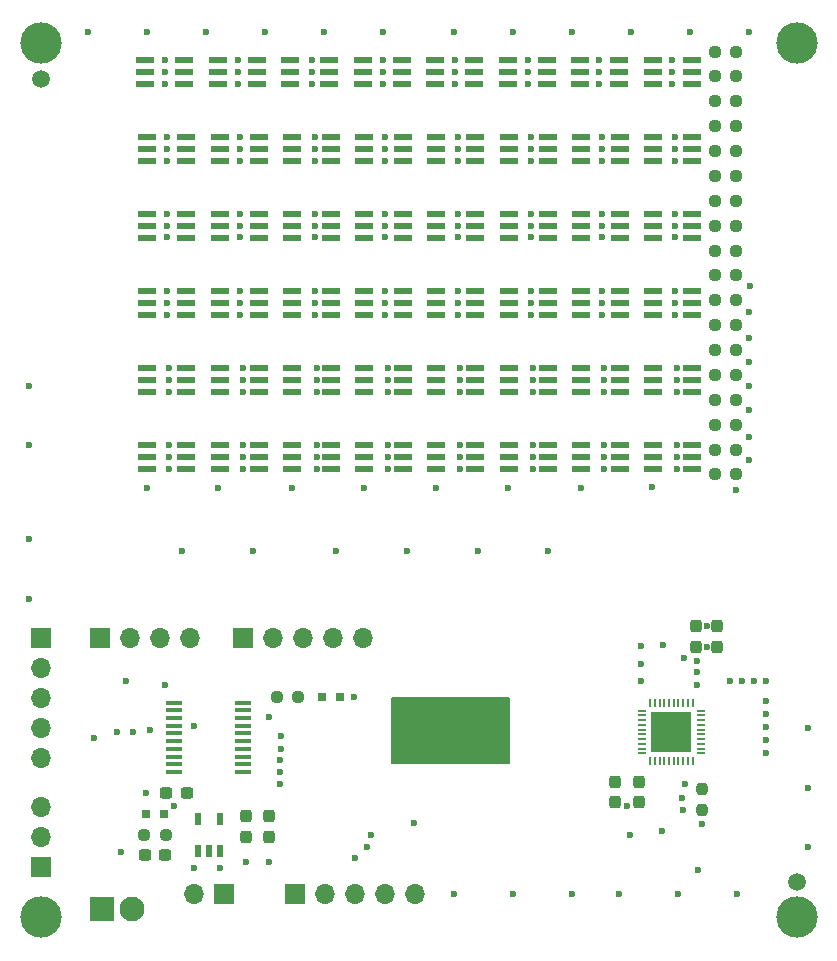
<source format=gbr>
%TF.GenerationSoftware,KiCad,Pcbnew,(6.0.2)*%
%TF.CreationDate,2022-03-05T19:05:13-05:00*%
%TF.ProjectId,LED Driver Prototype V2,4c454420-4472-4697-9665-722050726f74,rev?*%
%TF.SameCoordinates,PX66ff300PY81b3200*%
%TF.FileFunction,Soldermask,Top*%
%TF.FilePolarity,Negative*%
%FSLAX46Y46*%
G04 Gerber Fmt 4.6, Leading zero omitted, Abs format (unit mm)*
G04 Created by KiCad (PCBNEW (6.0.2)) date 2022-03-05 19:05:13*
%MOMM*%
%LPD*%
G01*
G04 APERTURE LIST*
G04 Aperture macros list*
%AMRoundRect*
0 Rectangle with rounded corners*
0 $1 Rounding radius*
0 $2 $3 $4 $5 $6 $7 $8 $9 X,Y pos of 4 corners*
0 Add a 4 corners polygon primitive as box body*
4,1,4,$2,$3,$4,$5,$6,$7,$8,$9,$2,$3,0*
0 Add four circle primitives for the rounded corners*
1,1,$1+$1,$2,$3*
1,1,$1+$1,$4,$5*
1,1,$1+$1,$6,$7*
1,1,$1+$1,$8,$9*
0 Add four rect primitives between the rounded corners*
20,1,$1+$1,$2,$3,$4,$5,0*
20,1,$1+$1,$4,$5,$6,$7,0*
20,1,$1+$1,$6,$7,$8,$9,0*
20,1,$1+$1,$8,$9,$2,$3,0*%
G04 Aperture macros list end*
%ADD10C,0.150000*%
%ADD11R,1.473200X0.355600*%
%ADD12R,1.500000X0.600000*%
%ADD13C,1.500000*%
%ADD14RoundRect,0.237500X0.250000X0.237500X-0.250000X0.237500X-0.250000X-0.237500X0.250000X-0.237500X0*%
%ADD15RoundRect,0.237500X-0.250000X-0.237500X0.250000X-0.237500X0.250000X0.237500X-0.250000X0.237500X0*%
%ADD16O,1.700000X1.700000*%
%ADD17R,1.700000X1.700000*%
%ADD18RoundRect,0.237500X-0.237500X0.300000X-0.237500X-0.300000X0.237500X-0.300000X0.237500X0.300000X0*%
%ADD19RoundRect,0.237500X0.300000X0.237500X-0.300000X0.237500X-0.300000X-0.237500X0.300000X-0.237500X0*%
%ADD20RoundRect,0.237500X0.237500X-0.300000X0.237500X0.300000X-0.237500X0.300000X-0.237500X-0.300000X0*%
%ADD21RoundRect,0.237500X-0.300000X-0.237500X0.300000X-0.237500X0.300000X0.237500X-0.300000X0.237500X0*%
%ADD22C,3.500000*%
%ADD23R,0.508000X1.028700*%
%ADD24C,2.100000*%
%ADD25R,2.100000X2.100000*%
%ADD26R,0.762000X0.711200*%
%ADD27R,3.505200X3.505200*%
%ADD28R,0.762000X0.203200*%
%ADD29R,0.203200X0.762000*%
%ADD30RoundRect,0.237500X-0.237500X0.250000X-0.237500X-0.250000X0.237500X-0.250000X0.237500X0.250000X0*%
%ADD31C,0.600000*%
%ADD32C,1.000000*%
G04 APERTURE END LIST*
D10*
X32750000Y21550000D02*
X42650000Y21550000D01*
X42650000Y21550000D02*
X42650000Y16100000D01*
X42650000Y16100000D02*
X32750000Y16100000D01*
X32750000Y16100000D02*
X32750000Y21550000D01*
G36*
X32750000Y21550000D02*
G01*
X42650000Y21550000D01*
X42650000Y16100000D01*
X32750000Y16100000D01*
X32750000Y21550000D01*
G37*
D11*
%TO.C,U3*%
X14279000Y21175000D03*
X14279000Y20524999D03*
X14279000Y19875001D03*
X14279000Y19224999D03*
X14279000Y18575001D03*
X14279000Y17925002D03*
X14279000Y17275001D03*
X14279000Y16625002D03*
X14279000Y15975001D03*
X14279000Y15325002D03*
X20121000Y15325000D03*
X20121000Y15974998D03*
X20121000Y16624999D03*
X20121000Y17274998D03*
X20121000Y17924999D03*
X20121000Y18574998D03*
X20121000Y19224999D03*
X20121000Y19874998D03*
X20121000Y20524999D03*
X20121000Y21174998D03*
%TD*%
D12*
%TO.C,D34*%
X24278570Y60560000D03*
X24278570Y61560000D03*
X24278570Y62560000D03*
X27578570Y62560000D03*
X27578570Y61560000D03*
X27578570Y60560000D03*
%TD*%
%TO.C,D20*%
X36507140Y47520000D03*
X36507140Y48520000D03*
X36507140Y49520000D03*
X39807140Y49520000D03*
X39807140Y48520000D03*
X39807140Y47520000D03*
%TD*%
%TO.C,D4*%
X54850000Y60560000D03*
X54850000Y61560000D03*
X54850000Y62560000D03*
X58150000Y62560000D03*
X58150000Y61560000D03*
X58150000Y60560000D03*
%TD*%
%TO.C,D5*%
X54850000Y67080000D03*
X54850000Y68080000D03*
X54850000Y69080000D03*
X58150000Y69080000D03*
X58150000Y68080000D03*
X58150000Y67080000D03*
%TD*%
D13*
%TO.C,FID2*%
X3000000Y74000000D03*
%TD*%
D14*
%TO.C,R18*%
X60087500Y57352944D03*
X61912500Y57352944D03*
%TD*%
%TO.C,R17*%
X60087500Y55247062D03*
X61912500Y55247062D03*
%TD*%
D12*
%TO.C,D32*%
X24278570Y47520000D03*
X24278570Y48520000D03*
X24278570Y49520000D03*
X27578570Y49520000D03*
X27578570Y48520000D03*
X27578570Y47520000D03*
%TD*%
%TO.C,D42*%
X17992857Y73600000D03*
X17992857Y74600000D03*
X17992857Y75600000D03*
X21292857Y75600000D03*
X21292857Y74600000D03*
X21292857Y73600000D03*
%TD*%
%TO.C,D11*%
X48735710Y67080000D03*
X48735710Y68080000D03*
X48735710Y69080000D03*
X52035710Y69080000D03*
X52035710Y68080000D03*
X52035710Y67080000D03*
%TD*%
D14*
%TO.C,R2*%
X60087500Y76305882D03*
X61912500Y76305882D03*
%TD*%
D15*
%TO.C,R12*%
X61912500Y44717652D03*
X60087500Y44717652D03*
%TD*%
D12*
%TO.C,D19*%
X36507140Y41000000D03*
X36507140Y42000000D03*
X36507140Y43000000D03*
X39807140Y43000000D03*
X39807140Y42000000D03*
X39807140Y41000000D03*
%TD*%
%TO.C,D28*%
X30392855Y60560000D03*
X30392855Y61560000D03*
X30392855Y62560000D03*
X33692855Y62560000D03*
X33692855Y61560000D03*
X33692855Y60560000D03*
%TD*%
D14*
%TO.C,R21*%
X22987500Y21700000D03*
X24812500Y21700000D03*
%TD*%
%TO.C,R8*%
X60087500Y61564708D03*
X61912500Y61564708D03*
%TD*%
D16*
%TO.C,J6*%
X34660000Y5000000D03*
X32120000Y5000000D03*
X29580000Y5000000D03*
X27040000Y5000000D03*
D17*
X24500000Y5000000D03*
%TD*%
D12*
%TO.C,D41*%
X18164285Y67080000D03*
X18164285Y68080000D03*
X18164285Y69080000D03*
X21464285Y69080000D03*
X21464285Y68080000D03*
X21464285Y67080000D03*
%TD*%
D18*
%TO.C,C8*%
X22300000Y9837500D03*
X22300000Y11562500D03*
%TD*%
D12*
%TO.C,D1*%
X54850000Y41000000D03*
X54850000Y42000000D03*
X54850000Y43000000D03*
X58150000Y43000000D03*
X58150000Y42000000D03*
X58150000Y41000000D03*
%TD*%
D19*
%TO.C,C7*%
X13637500Y13500000D03*
X15362500Y13500000D03*
%TD*%
D12*
%TO.C,D24*%
X36421428Y73600000D03*
X36421428Y74600000D03*
X36421428Y75600000D03*
X39721428Y75600000D03*
X39721428Y74600000D03*
X39721428Y73600000D03*
%TD*%
%TO.C,D23*%
X36507140Y67080000D03*
X36507140Y68080000D03*
X36507140Y69080000D03*
X39807140Y69080000D03*
X39807140Y68080000D03*
X39807140Y67080000D03*
%TD*%
D14*
%TO.C,R19*%
X60087500Y59458826D03*
X61912500Y59458826D03*
%TD*%
D12*
%TO.C,D37*%
X18164285Y41000000D03*
X18164285Y42000000D03*
X18164285Y43000000D03*
X21464285Y43000000D03*
X21464285Y42000000D03*
X21464285Y41000000D03*
%TD*%
D14*
%TO.C,R1*%
X60087500Y74200000D03*
X61912500Y74200000D03*
%TD*%
D15*
%TO.C,R9*%
X13612500Y10000000D03*
X11787500Y10000000D03*
%TD*%
D16*
%TO.C,J7*%
X3000000Y12380000D03*
X3000000Y9840000D03*
D17*
X3000000Y7300000D03*
%TD*%
D15*
%TO.C,R11*%
X61912500Y42611770D03*
X60087500Y42611770D03*
%TD*%
D12*
%TO.C,D25*%
X30392855Y41000000D03*
X30392855Y42000000D03*
X30392855Y43000000D03*
X33692855Y43000000D03*
X33692855Y42000000D03*
X33692855Y41000000D03*
%TD*%
D20*
%TO.C,C4*%
X53700000Y14462500D03*
X53700000Y12737500D03*
%TD*%
D16*
%TO.C,J2*%
X15985000Y5000000D03*
D17*
X18525000Y5000000D03*
%TD*%
D12*
%TO.C,D12*%
X48707142Y73600000D03*
X48707142Y74600000D03*
X48707142Y75600000D03*
X52007142Y75600000D03*
X52007142Y74600000D03*
X52007142Y73600000D03*
%TD*%
D21*
%TO.C,C5*%
X13562500Y8300000D03*
X11837500Y8300000D03*
%TD*%
D12*
%TO.C,D14*%
X42621425Y47520000D03*
X42621425Y48520000D03*
X42621425Y49520000D03*
X45921425Y49520000D03*
X45921425Y48520000D03*
X45921425Y47520000D03*
%TD*%
D22*
%TO.C,H2*%
X67000000Y77000000D03*
%TD*%
D18*
%TO.C,C1*%
X58500000Y25937500D03*
X58500000Y27662500D03*
%TD*%
D12*
%TO.C,D7*%
X48735710Y41000000D03*
X48735710Y42000000D03*
X48735710Y43000000D03*
X52035710Y43000000D03*
X52035710Y42000000D03*
X52035710Y41000000D03*
%TD*%
D18*
%TO.C,C2*%
X60300000Y25937500D03*
X60300000Y27662500D03*
%TD*%
D12*
%TO.C,D8*%
X48735710Y47520000D03*
X48735710Y48520000D03*
X48735710Y49520000D03*
X52035710Y49520000D03*
X52035710Y48520000D03*
X52035710Y47520000D03*
%TD*%
%TO.C,D3*%
X54850000Y54040000D03*
X54850000Y55040000D03*
X54850000Y56040000D03*
X58150000Y56040000D03*
X58150000Y55040000D03*
X58150000Y54040000D03*
%TD*%
D14*
%TO.C,R4*%
X60087500Y69988236D03*
X61912500Y69988236D03*
%TD*%
D23*
%TO.C,U1*%
X16299999Y11339850D03*
X18200001Y11339850D03*
X18200001Y8660150D03*
X17250000Y8660150D03*
X16299999Y8660150D03*
%TD*%
D24*
%TO.C,J1*%
X10770000Y3700000D03*
D25*
X8230000Y3700000D03*
%TD*%
D12*
%TO.C,D40*%
X18164285Y60560000D03*
X18164285Y61560000D03*
X18164285Y62560000D03*
X21464285Y62560000D03*
X21464285Y61560000D03*
X21464285Y60560000D03*
%TD*%
%TO.C,D43*%
X12050000Y41000000D03*
X12050000Y42000000D03*
X12050000Y43000000D03*
X15350000Y43000000D03*
X15350000Y42000000D03*
X15350000Y41000000D03*
%TD*%
D16*
%TO.C,J5*%
X30285000Y26700000D03*
X27745000Y26700000D03*
X25205000Y26700000D03*
X22665000Y26700000D03*
D17*
X20125000Y26700000D03*
%TD*%
D12*
%TO.C,D45*%
X12050000Y54040000D03*
X12050000Y55040000D03*
X12050000Y56040000D03*
X15350000Y56040000D03*
X15350000Y55040000D03*
X15350000Y54040000D03*
%TD*%
D14*
%TO.C,R6*%
X60087500Y65776472D03*
X61912500Y65776472D03*
%TD*%
%TO.C,R5*%
X60087500Y67882354D03*
X61912500Y67882354D03*
%TD*%
D26*
%TO.C,D67*%
X11925300Y11750000D03*
X13474700Y11750000D03*
%TD*%
D12*
%TO.C,D26*%
X30392855Y47520000D03*
X30392855Y48520000D03*
X30392855Y49520000D03*
X33692855Y49520000D03*
X33692855Y48520000D03*
X33692855Y47520000D03*
%TD*%
D16*
%TO.C,J3*%
X15620000Y26700000D03*
X13080000Y26700000D03*
X10540000Y26700000D03*
D17*
X8000000Y26700000D03*
%TD*%
D26*
%TO.C,D68*%
X26825300Y21700000D03*
X28374700Y21700000D03*
%TD*%
D12*
%TO.C,D29*%
X30392855Y67080000D03*
X30392855Y68080000D03*
X30392855Y69080000D03*
X33692855Y69080000D03*
X33692855Y68080000D03*
X33692855Y67080000D03*
%TD*%
D22*
%TO.C,H3*%
X3000000Y3000000D03*
%TD*%
D12*
%TO.C,D39*%
X18164285Y54040000D03*
X18164285Y55040000D03*
X18164285Y56040000D03*
X21464285Y56040000D03*
X21464285Y55040000D03*
X21464285Y54040000D03*
%TD*%
D13*
%TO.C,FID1*%
X67000000Y6000000D03*
%TD*%
D12*
%TO.C,D9*%
X48735710Y54040000D03*
X48735710Y55040000D03*
X48735710Y56040000D03*
X52035710Y56040000D03*
X52035710Y55040000D03*
X52035710Y54040000D03*
%TD*%
D16*
%TO.C,J4*%
X3000000Y16515000D03*
X3000000Y19055000D03*
X3000000Y21595000D03*
X3000000Y24135000D03*
D17*
X3000000Y26675000D03*
%TD*%
D12*
%TO.C,D33*%
X24278570Y54040000D03*
X24278570Y55040000D03*
X24278570Y56040000D03*
X27578570Y56040000D03*
X27578570Y55040000D03*
X27578570Y54040000D03*
%TD*%
%TO.C,D2*%
X54850000Y47520000D03*
X54850000Y48520000D03*
X54850000Y49520000D03*
X58150000Y49520000D03*
X58150000Y48520000D03*
X58150000Y47520000D03*
%TD*%
D15*
%TO.C,R16*%
X61912500Y53141180D03*
X60087500Y53141180D03*
%TD*%
D12*
%TO.C,D18*%
X42564285Y73600000D03*
X42564285Y74600000D03*
X42564285Y75600000D03*
X45864285Y75600000D03*
X45864285Y74600000D03*
X45864285Y73600000D03*
%TD*%
%TO.C,D15*%
X42621425Y54040000D03*
X42621425Y55040000D03*
X42621425Y56040000D03*
X45921425Y56040000D03*
X45921425Y55040000D03*
X45921425Y54040000D03*
%TD*%
D20*
%TO.C,C6*%
X20400000Y11562500D03*
X20400000Y9837500D03*
%TD*%
D22*
%TO.C,H4*%
X67000000Y3000000D03*
%TD*%
D12*
%TO.C,D10*%
X48735710Y60560000D03*
X48735710Y61560000D03*
X48735710Y62560000D03*
X52035710Y62560000D03*
X52035710Y61560000D03*
X52035710Y60560000D03*
%TD*%
%TO.C,D13*%
X42621425Y41000000D03*
X42621425Y42000000D03*
X42621425Y43000000D03*
X45921425Y43000000D03*
X45921425Y42000000D03*
X45921425Y41000000D03*
%TD*%
%TO.C,D38*%
X18164285Y47520000D03*
X18164285Y48520000D03*
X18164285Y49520000D03*
X21464285Y49520000D03*
X21464285Y48520000D03*
X21464285Y47520000D03*
%TD*%
D27*
%TO.C,U2*%
X56400000Y18700000D03*
D28*
X58876500Y20499999D03*
X58876500Y20100000D03*
X58876500Y19700001D03*
X58876500Y19299999D03*
X58876500Y18900000D03*
X58876500Y18500000D03*
X58876500Y18100001D03*
X58876500Y17699999D03*
X58876500Y17300000D03*
X58876500Y16900001D03*
D29*
X58199999Y16223500D03*
X57800000Y16223500D03*
X57400001Y16223500D03*
X56999999Y16223500D03*
X56600000Y16223500D03*
X56200000Y16223500D03*
X55800001Y16223500D03*
X55399999Y16223500D03*
X55000000Y16223500D03*
X54600001Y16223500D03*
D28*
X53923500Y16900001D03*
X53923500Y17300000D03*
X53923500Y17699999D03*
X53923500Y18100001D03*
X53923500Y18500000D03*
X53923500Y18900000D03*
X53923500Y19299999D03*
X53923500Y19700001D03*
X53923500Y20100000D03*
X53923500Y20499999D03*
D29*
X54600001Y21176500D03*
X55000000Y21176500D03*
X55399999Y21176500D03*
X55800001Y21176500D03*
X56200000Y21176500D03*
X56600000Y21176500D03*
X56999999Y21176500D03*
X57400001Y21176500D03*
X57800000Y21176500D03*
X58199999Y21176500D03*
%TD*%
D12*
%TO.C,D17*%
X42621425Y67080000D03*
X42621425Y68080000D03*
X42621425Y69080000D03*
X45921425Y69080000D03*
X45921425Y68080000D03*
X45921425Y67080000D03*
%TD*%
D15*
%TO.C,R14*%
X61912500Y48929416D03*
X60087500Y48929416D03*
%TD*%
D12*
%TO.C,D31*%
X24278570Y41000000D03*
X24278570Y42000000D03*
X24278570Y43000000D03*
X27578570Y43000000D03*
X27578570Y42000000D03*
X27578570Y41000000D03*
%TD*%
%TO.C,D47*%
X12050000Y67080000D03*
X12050000Y68080000D03*
X12050000Y69080000D03*
X15350000Y69080000D03*
X15350000Y68080000D03*
X15350000Y67080000D03*
%TD*%
%TO.C,D36*%
X24135714Y73600000D03*
X24135714Y74600000D03*
X24135714Y75600000D03*
X27435714Y75600000D03*
X27435714Y74600000D03*
X27435714Y73600000D03*
%TD*%
%TO.C,D6*%
X54850000Y73600000D03*
X54850000Y74600000D03*
X54850000Y75600000D03*
X58150000Y75600000D03*
X58150000Y74600000D03*
X58150000Y73600000D03*
%TD*%
D14*
%TO.C,R7*%
X60087500Y63670590D03*
X61912500Y63670590D03*
%TD*%
D15*
%TO.C,R13*%
X61912500Y46823534D03*
X60087500Y46823534D03*
%TD*%
D12*
%TO.C,D44*%
X12050000Y47520000D03*
X12050000Y48520000D03*
X12050000Y49520000D03*
X15350000Y49520000D03*
X15350000Y48520000D03*
X15350000Y47520000D03*
%TD*%
%TO.C,D21*%
X36507140Y54040000D03*
X36507140Y55040000D03*
X36507140Y56040000D03*
X39807140Y56040000D03*
X39807140Y55040000D03*
X39807140Y54040000D03*
%TD*%
D15*
%TO.C,R15*%
X61912500Y51035298D03*
X60087500Y51035298D03*
%TD*%
D12*
%TO.C,D27*%
X30392855Y54040000D03*
X30392855Y55040000D03*
X30392855Y56040000D03*
X33692855Y56040000D03*
X33692855Y55040000D03*
X33692855Y54040000D03*
%TD*%
D22*
%TO.C,H1*%
X3000000Y77000000D03*
%TD*%
D12*
%TO.C,D46*%
X12050000Y60560000D03*
X12050000Y61560000D03*
X12050000Y62560000D03*
X15350000Y62560000D03*
X15350000Y61560000D03*
X15350000Y60560000D03*
%TD*%
%TO.C,D16*%
X42621425Y60560000D03*
X42621425Y61560000D03*
X42621425Y62560000D03*
X45921425Y62560000D03*
X45921425Y61560000D03*
X45921425Y60560000D03*
%TD*%
%TO.C,D35*%
X24278570Y67080000D03*
X24278570Y68080000D03*
X24278570Y69080000D03*
X27578570Y69080000D03*
X27578570Y68080000D03*
X27578570Y67080000D03*
%TD*%
D30*
%TO.C,R20*%
X59000000Y12087500D03*
X59000000Y13912500D03*
%TD*%
D15*
%TO.C,R10*%
X61912500Y40505882D03*
X60087500Y40505882D03*
%TD*%
D20*
%TO.C,C3*%
X51600000Y14462500D03*
X51600000Y12737500D03*
%TD*%
D12*
%TO.C,D30*%
X30278571Y73600000D03*
X30278571Y74600000D03*
X30278571Y75600000D03*
X33578571Y75600000D03*
X33578571Y74600000D03*
X33578571Y73600000D03*
%TD*%
D14*
%TO.C,R3*%
X60087500Y72094118D03*
X61912500Y72094118D03*
%TD*%
D12*
%TO.C,D48*%
X11850000Y73600000D03*
X11850000Y74600000D03*
X11850000Y75600000D03*
X15150000Y75600000D03*
X15150000Y74600000D03*
X15150000Y73600000D03*
%TD*%
%TO.C,D22*%
X36507140Y60560000D03*
X36507140Y61560000D03*
X36507140Y62560000D03*
X39807140Y62560000D03*
X39807140Y61560000D03*
X39807140Y60560000D03*
%TD*%
D31*
X16024999Y19224999D03*
D32*
X36800000Y21100000D03*
X38800000Y21100000D03*
D31*
X38000000Y5000000D03*
X56400000Y19950000D03*
X22000000Y78000000D03*
X12300000Y18900000D03*
X10200000Y23000000D03*
X38000000Y78000000D03*
D32*
X38800000Y18100000D03*
D31*
X29500000Y21700000D03*
X15000000Y34000000D03*
X57650000Y19950000D03*
X20400000Y7700000D03*
X7500000Y18200000D03*
D32*
X33800000Y19600000D03*
D31*
X68000000Y19000000D03*
X59400000Y27700000D03*
X57650000Y18725000D03*
X14300000Y12400000D03*
X7000000Y78000000D03*
D32*
X33800000Y16600000D03*
D31*
X13500000Y22700000D03*
D32*
X40800000Y21100000D03*
D31*
X52000000Y5000000D03*
X68000000Y9000000D03*
D32*
X41800000Y19600000D03*
X34800000Y21100000D03*
D31*
X59000000Y10950000D03*
D32*
X40800000Y18100000D03*
D31*
X46000000Y34000000D03*
X27000000Y78000000D03*
X40000000Y34000000D03*
X63000000Y78000000D03*
X11900000Y13500000D03*
D32*
X37800000Y16600000D03*
X35800000Y19600000D03*
X37800000Y19600000D03*
D31*
X2000000Y35000000D03*
X48000000Y78000000D03*
X48000000Y5000000D03*
X32000000Y78000000D03*
X2000000Y30000000D03*
X28000000Y34000000D03*
X34000000Y34000000D03*
D32*
X36800000Y18100000D03*
D31*
X43000000Y5000000D03*
D32*
X39800000Y19600000D03*
D31*
X56400000Y17500000D03*
X55150000Y18725000D03*
X2000000Y48000000D03*
X12000000Y78000000D03*
D32*
X39800000Y16600000D03*
D31*
X22300000Y7700000D03*
X21000000Y34000000D03*
D32*
X41800000Y16600000D03*
D31*
X56400000Y18725000D03*
X43000000Y78000000D03*
X68000000Y14000000D03*
X57650000Y17500000D03*
X58000000Y78000000D03*
X17000000Y78000000D03*
D32*
X34800000Y18100000D03*
D31*
X55150000Y19950000D03*
X57000000Y5000000D03*
X52650000Y12400000D03*
X53000000Y78000000D03*
D32*
X35800000Y16600000D03*
D31*
X62000000Y5000000D03*
X9800000Y8500000D03*
X55150000Y17500000D03*
X2000000Y43000000D03*
X58700000Y7000000D03*
X18200000Y7200000D03*
X16000000Y7200000D03*
X59400000Y25900000D03*
X10800000Y18700000D03*
X26000000Y74580000D03*
X19700000Y74580000D03*
X56500000Y74580000D03*
X13500000Y74580000D03*
X50300000Y74580000D03*
X38100000Y74580000D03*
X44300000Y74580000D03*
X32000000Y74580000D03*
X32000000Y75580000D03*
X50300000Y75580000D03*
X26000000Y75580000D03*
X19700000Y75580000D03*
X56500000Y75580000D03*
X13500000Y75580000D03*
X38100000Y75580000D03*
X44300000Y75580000D03*
X22300000Y20000000D03*
X50300000Y73580000D03*
X32000000Y73580000D03*
X19700000Y73580000D03*
X26000000Y73580000D03*
X44300000Y73580000D03*
X38100000Y73580000D03*
X13500000Y73580000D03*
X56500000Y73580000D03*
X63000000Y54300000D03*
X64400000Y18000000D03*
X19900000Y55000000D03*
X44500000Y55000000D03*
X32200000Y55000000D03*
X26200000Y55000000D03*
X56700000Y55000000D03*
X13700000Y55000000D03*
X50500000Y55000000D03*
X38300000Y55000000D03*
X63050000Y56450000D03*
X64400000Y16900000D03*
X50500000Y56000000D03*
X13700000Y56000000D03*
X32200000Y56000000D03*
X38300000Y56000000D03*
X44500000Y56000000D03*
X56700000Y56000000D03*
X26200000Y56000000D03*
X19900000Y56000000D03*
X32200000Y60580000D03*
X56700000Y60580000D03*
X13700000Y60580000D03*
X38300000Y60580000D03*
X50500000Y60580000D03*
X26200000Y60580000D03*
X19900000Y60580000D03*
X44500000Y60580000D03*
X38300000Y61580000D03*
X19900000Y61580000D03*
X44500000Y61580000D03*
X32200000Y61580000D03*
X26200000Y61580000D03*
X13700000Y61580000D03*
X56700000Y61580000D03*
X50500000Y61580000D03*
X56700000Y62580000D03*
X38300000Y62580000D03*
X19900000Y62580000D03*
X44500000Y62580000D03*
X26200000Y62580000D03*
X32200000Y62580000D03*
X13700000Y62580000D03*
X50500000Y62580000D03*
X13700000Y69080000D03*
X50500000Y69080000D03*
X32200000Y69080000D03*
X19900000Y69080000D03*
X44500000Y69080000D03*
X38300000Y69080000D03*
X26200000Y69080000D03*
X56700000Y69080000D03*
X13700000Y68080000D03*
X19900000Y68080000D03*
X32200000Y68080000D03*
X26200000Y68080000D03*
X38300000Y68080000D03*
X56700000Y68080000D03*
X44500000Y68080000D03*
X50500000Y68080000D03*
X38300000Y67080000D03*
X32200000Y67080000D03*
X44500000Y67080000D03*
X26200000Y67080000D03*
X13700000Y67080000D03*
X50500000Y67080000D03*
X19900000Y67080000D03*
X56700000Y67080000D03*
X20100000Y41000000D03*
X38500000Y41000000D03*
X26400000Y41000000D03*
X44700000Y41000000D03*
X56900000Y41000000D03*
X13900000Y41000000D03*
X32400000Y41000000D03*
X50700000Y41000000D03*
X61900000Y39200000D03*
X61400000Y23000000D03*
X44700000Y42000000D03*
X56900000Y42000000D03*
X20100000Y42000000D03*
X50700000Y42000000D03*
X38500000Y42000000D03*
X32400000Y42000000D03*
X13900000Y42000000D03*
X26400000Y42000000D03*
X63000000Y41700000D03*
X62400000Y23000000D03*
X20100000Y43000000D03*
X13900000Y43000000D03*
X56900000Y43000000D03*
X26400000Y43000000D03*
X50700000Y43000000D03*
X32400000Y43000000D03*
X44700000Y43000000D03*
X38500000Y43000000D03*
X63400000Y23000000D03*
X63000000Y43700000D03*
X13900000Y47500000D03*
X26400000Y47500000D03*
X44700000Y47500000D03*
X38500000Y47500000D03*
X56900000Y47500000D03*
X20100000Y47500000D03*
X32400000Y47500000D03*
X50700000Y47500000D03*
X64400000Y23000000D03*
X63000000Y46000000D03*
X26400000Y48500000D03*
X50700000Y48500000D03*
X20100000Y48500000D03*
X56900000Y48500000D03*
X44700000Y48500000D03*
X13900000Y48500000D03*
X38500000Y48500000D03*
X32400000Y48500000D03*
X63000000Y48000000D03*
X64400000Y21300000D03*
X13900000Y49500000D03*
X32400000Y49500000D03*
X56900000Y49500000D03*
X20100000Y49500000D03*
X38500000Y49500000D03*
X50700000Y49500000D03*
X26400000Y49500000D03*
X44700000Y49500000D03*
X63000000Y50000000D03*
X64400000Y20200000D03*
X19900000Y54000000D03*
X56700000Y54000000D03*
X32200000Y54000000D03*
X50500000Y54000000D03*
X38300000Y54000000D03*
X13700000Y54000000D03*
X26200000Y54000000D03*
X44500000Y54000000D03*
X63000000Y52100000D03*
X64400000Y19100000D03*
X30600000Y9000000D03*
X23300000Y15300000D03*
X57300000Y13100000D03*
X23350000Y18350000D03*
X57350000Y12100000D03*
X29600000Y8000000D03*
X55600000Y10300000D03*
X23300000Y14300000D03*
X57600000Y14300000D03*
X23325002Y17274998D03*
X34600000Y11000000D03*
X9500000Y18700000D03*
X31000000Y10000000D03*
X52900000Y10000000D03*
X23300000Y16300000D03*
X54750000Y39450000D03*
X55700000Y26100000D03*
X48750000Y39400000D03*
X57500000Y25000000D03*
X53800000Y25950000D03*
X42600000Y39400000D03*
X58550000Y24750000D03*
X36450000Y39350000D03*
X30400000Y39350000D03*
X53800000Y24500000D03*
X58550000Y23750000D03*
X24300000Y39350000D03*
X53800000Y23000000D03*
X18000000Y39350000D03*
X12050000Y39350000D03*
X58550000Y22650000D03*
M02*

</source>
